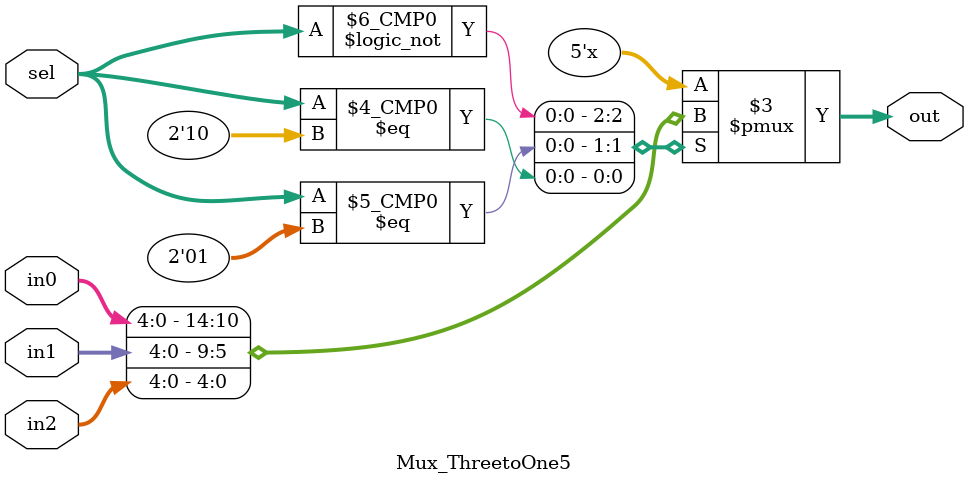
<source format=v>
`timescale 1ns / 1ps


module Mux_ThreetoOne5(sel, in0, in1, in2, out);

    input [1:0] sel;
    input [4:0] in0;
    input [4:0] in1;
    input [4:0] in2;
    output reg [4:0] out;

    always @ ( * ) begin
        case (sel)
            2'b00: out = in0;
            2'b01: out = in1;
            2'b10: out = in2;
            default: begin
                $display("case wrong in Mux_FourtoOne32!");
                out = 5'bzzzzz;
            end
        endcase
    end
endmodule

</source>
